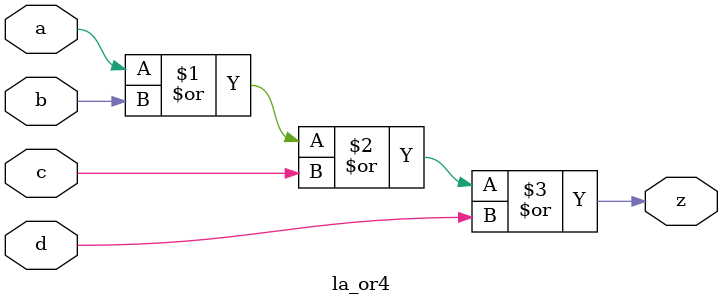
<source format=v>

module la_or4 #(parameter PROP = "DEFAULT")   (
    input  a,
    input  b,
    input  c,
    input  d,
    output z
    );

   assign z = a | b | c | d;

endmodule

</source>
